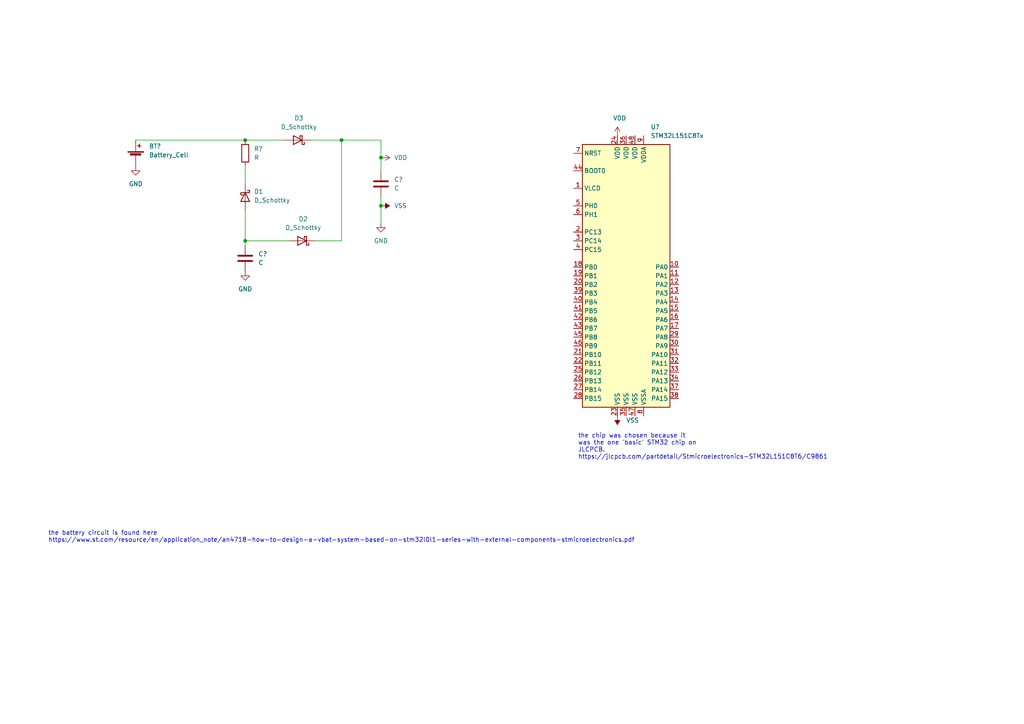
<source format=kicad_sch>
(kicad_sch (version 20211123) (generator eeschema)
  (paper "A4")
  (lib_symbols
    (symbol "Device:Battery_Cell" (pin_numbers hide) (pin_names (offset 0) hide)
      (property "Reference" "BT" (at 2.54 2.54 0))
      (property "Value" "Battery_Cell" (at 2.54 0 0))
      (symbol "Battery_Cell_0_1"
        (rectangle (start -2.286 1.778) (end 2.286 1.524) (fill (type outline)))
        (rectangle (start -1.5748 1.1938) (end 1.4732 0.6858) (fill (type outline)))
        (polyline (pts (xy 0 0.762) (xy 0 0)))
        (polyline (pts (xy 0 1.778) (xy 0 2.54)))
        (polyline (pts (xy 0.508 3.429) (xy 1.524 3.429)) (stroke (width 0.254)))
        (polyline (pts (xy 1.016 3.937) (xy 1.016 2.921)) (stroke (width 0.254)))
      )
      (symbol "Battery_Cell_1_1"
        (pin passive line (at 0 5.08 270) (length 2.54) (name "+") (number "1"))
        (pin passive line (at 0 -2.54 90) (length 2.54) (name "-") (number "2"))
      )
    )
    (symbol "Device:C" (pin_numbers hide) (pin_names (offset 0.254))
      (property "Reference" "C" (at 0.635 2.54 0))
      (property "Value" "C" (at 0.635 -2.54 0))
      (symbol "C_0_1"
        (polyline (pts (xy -2.032 -0.762) (xy 2.032 -0.762)) (stroke (width 0.508)))
        (polyline (pts (xy -2.032 0.762) (xy 2.032 0.762)) (stroke (width 0.508)))
      )
      (symbol "C_1_1"
        (pin passive line (at 0 3.81 270) (length 2.794) (name "~") (number "1"))
        (pin passive line (at 0 -3.81 90) (length 2.794) (name "~") (number "2"))
      )
    )
    (symbol "Device:D_Schottky" (pin_numbers hide) (pin_names (offset 1.016) hide)
      (property "Reference" "D" (at 0 2.54 0))
      (property "Value" "D_Schottky" (at 0 -2.54 0))
      (symbol "D_Schottky_0_1"
        (polyline (pts (xy 1.27 0) (xy -1.27 0)))
        (polyline (pts (xy 1.27 1.27) (xy 1.27 -1.27) (xy -1.27 0) (xy 1.27 1.27)) (stroke (width 0.254)))
        (polyline (pts (xy -1.905 0.635) (xy -1.905 1.27) (xy -1.27 1.27) (xy -1.27 -1.27) (xy -0.635 -1.27) (xy -0.635 -0.635)) (stroke (width 0.254)))
      )
      (symbol "D_Schottky_1_1"
        (pin passive line (at -3.81 0 0) (length 2.54) (name "K") (number "1"))
        (pin passive line (at 3.81 0 180) (length 2.54) (name "A") (number "2"))
      )
    )
    (symbol "Device:R" (pin_numbers hide) (pin_names (offset 0))
      (property "Reference" "R" (at 2.032 0 90))
      (property "Value" "R" (at 0 0 90))
      (symbol "R_0_1"
        (rectangle (start -1.016 -2.54) (end 1.016 2.54) (stroke (width 0.254)))
      )
      (symbol "R_1_1"
        (pin passive line (at 0 3.81 270) (length 1.27) (name "~") (number "1"))
        (pin passive line (at 0 -3.81 90) (length 1.27) (name "~") (number "2"))
      )
    )
    (symbol "MCU_ST_STM32L1:STM32L151C8Tx"
      (property "Reference" "U" (at -12.7 39.37 0))
      (property "Value" "STM32L151C8Tx" (at 7.62 39.37 0))
      (symbol "STM32L151C8Tx_0_1"
        (rectangle (start -12.7 -38.1) (end 12.7 38.1) (stroke (width 0.254)) (fill (type background)))
      )
      (symbol "STM32L151C8Tx_1_1"
        (pin power_in line (at -15.24 25.4 0) (length 2.54) (name "VLCD") (number "1"))
        (pin bidirectional line (at 15.24 2.54 180) (length 2.54) (name "PA0") (number "10"))
        (pin bidirectional line (at 15.24 0 180) (length 2.54) (name "PA1") (number "11"))
        (pin bidirectional line (at 15.24 -2.54 180) (length 2.54) (name "PA2") (number "12"))
        (pin bidirectional line (at 15.24 -5.08 180) (length 2.54) (name "PA3") (number "13"))
        (pin bidirectional line (at 15.24 -7.62 180) (length 2.54) (name "PA4") (number "14"))
        (pin bidirectional line (at 15.24 -10.16 180) (length 2.54) (name "PA5") (number "15"))
        (pin bidirectional line (at 15.24 -12.7 180) (length 2.54) (name "PA6") (number "16"))
        (pin bidirectional line (at 15.24 -15.24 180) (length 2.54) (name "PA7") (number "17"))
        (pin bidirectional line (at -15.24 2.54 0) (length 2.54) (name "PB0") (number "18"))
        (pin bidirectional line (at -15.24 0 0) (length 2.54) (name "PB1") (number "19"))
        (pin bidirectional line (at -15.24 12.7 0) (length 2.54) (name "PC13") (number "2"))
        (pin bidirectional line (at -15.24 -2.54 0) (length 2.54) (name "PB2") (number "20"))
        (pin bidirectional line (at -15.24 -22.86 0) (length 2.54) (name "PB10") (number "21"))
        (pin bidirectional line (at -15.24 -25.4 0) (length 2.54) (name "PB11") (number "22"))
        (pin power_in line (at -2.54 -40.64 90) (length 2.54) (name "VSS") (number "23"))
        (pin power_in line (at -2.54 40.64 270) (length 2.54) (name "VDD") (number "24"))
        (pin bidirectional line (at -15.24 -27.94 0) (length 2.54) (name "PB12") (number "25"))
        (pin bidirectional line (at -15.24 -30.48 0) (length 2.54) (name "PB13") (number "26"))
        (pin bidirectional line (at -15.24 -33.02 0) (length 2.54) (name "PB14") (number "27"))
        (pin bidirectional line (at -15.24 -35.56 0) (length 2.54) (name "PB15") (number "28"))
        (pin bidirectional line (at 15.24 -17.78 180) (length 2.54) (name "PA8") (number "29"))
        (pin bidirectional line (at -15.24 10.16 0) (length 2.54) (name "PC14") (number "3"))
        (pin bidirectional line (at 15.24 -20.32 180) (length 2.54) (name "PA9") (number "30"))
        (pin bidirectional line (at 15.24 -22.86 180) (length 2.54) (name "PA10") (number "31"))
        (pin bidirectional line (at 15.24 -25.4 180) (length 2.54) (name "PA11") (number "32"))
        (pin bidirectional line (at 15.24 -27.94 180) (length 2.54) (name "PA12") (number "33"))
        (pin bidirectional line (at 15.24 -30.48 180) (length 2.54) (name "PA13") (number "34"))
        (pin power_in line (at 0 -40.64 90) (length 2.54) (name "VSS") (number "35"))
        (pin power_in line (at 0 40.64 270) (length 2.54) (name "VDD") (number "36"))
        (pin bidirectional line (at 15.24 -33.02 180) (length 2.54) (name "PA14") (number "37"))
        (pin bidirectional line (at 15.24 -35.56 180) (length 2.54) (name "PA15") (number "38"))
        (pin bidirectional line (at -15.24 -5.08 0) (length 2.54) (name "PB3") (number "39"))
        (pin bidirectional line (at -15.24 7.62 0) (length 2.54) (name "PC15") (number "4"))
        (pin bidirectional line (at -15.24 -7.62 0) (length 2.54) (name "PB4") (number "40"))
        (pin bidirectional line (at -15.24 -10.16 0) (length 2.54) (name "PB5") (number "41"))
        (pin bidirectional line (at -15.24 -12.7 0) (length 2.54) (name "PB6") (number "42"))
        (pin bidirectional line (at -15.24 -15.24 0) (length 2.54) (name "PB7") (number "43"))
        (pin input line (at -15.24 30.48 0) (length 2.54) (name "BOOT0") (number "44"))
        (pin bidirectional line (at -15.24 -17.78 0) (length 2.54) (name "PB8") (number "45"))
        (pin bidirectional line (at -15.24 -20.32 0) (length 2.54) (name "PB9") (number "46"))
        (pin power_in line (at 2.54 -40.64 90) (length 2.54) (name "VSS") (number "47"))
        (pin power_in line (at 2.54 40.64 270) (length 2.54) (name "VDD") (number "48"))
        (pin input line (at -15.24 20.32 0) (length 2.54) (name "PH0") (number "5"))
        (pin input line (at -15.24 17.78 0) (length 2.54) (name "PH1") (number "6"))
        (pin input line (at -15.24 35.56 0) (length 2.54) (name "NRST") (number "7"))
        (pin power_in line (at 5.08 -40.64 90) (length 2.54) (name "VSSA") (number "8"))
        (pin power_in line (at 5.08 40.64 270) (length 2.54) (name "VDDA") (number "9"))
      )
    )
    (symbol "power:GND" (power) (pin_names (offset 0))
      (property "Value" "GND" (at 0 -3.81 0))
      (symbol "GND_0_1"
        (polyline (pts (xy 0 0) (xy 0 -1.27) (xy 1.27 -1.27) (xy 0 -2.54) (xy -1.27 -1.27) (xy 0 -1.27)))
      )
      (symbol "GND_1_1"
        (pin power_in line (at 0 0 270) (length 0) hide (name "GND") (number "1"))
      )
    )
    (symbol "power:VDD" (power) (pin_names (offset 0))
      (property "Value" "VDD" (at 0 3.81 0))
      (symbol "VDD_0_1"
        (polyline (pts (xy -0.762 1.27) (xy 0 2.54)))
        (polyline (pts (xy 0 0) (xy 0 2.54)))
        (polyline (pts (xy 0 2.54) (xy 0.762 1.27)))
      )
      (symbol "VDD_1_1"
        (pin power_in line (at 0 0 90) (length 0) hide (name "VDD") (number "1"))
      )
    )
    (symbol "power:VSS" (power) (pin_names (offset 0))
      (property "Value" "VSS" (at 0 3.81 0))
      (symbol "VSS_0_1"
        (polyline (pts (xy 0 0) (xy 0 2.54)))
        (polyline (pts (xy 0.762 1.27) (xy -0.762 1.27) (xy 0 2.54) (xy 0.762 1.27)) (fill (type outline)))
      )
      (symbol "VSS_1_1"
        (pin power_in line (at 0 0 90) (length 0) hide (name "VSS") (number "1"))
      )
    )
  )
  (junction (at 71.12 40.64))
  (junction (at 110.49 59.69))
  (junction (at 99.06 40.64))
  (junction (at 71.12 69.85))
  (junction (at 110.49 45.72))
  (wire (pts (xy 91.44 69.85) (xy 99.06 69.85)))
  (wire (pts (xy 99.06 40.64) (xy 110.49 40.64)))
  (wire (pts (xy 71.12 69.85) (xy 71.12 71.12)))
  (wire (pts (xy 110.49 59.69) (xy 110.49 64.77)))
  (wire (pts (xy 110.49 40.64) (xy 110.49 45.72)))
  (wire (pts (xy 71.12 69.85) (xy 83.82 69.85)))
  (wire (pts (xy 110.49 45.72) (xy 110.49 49.53)))
  (wire (pts (xy 99.06 69.85) (xy 99.06 40.64)))
  (wire (pts (xy 90.17 40.64) (xy 99.06 40.64)))
  (wire (pts (xy 110.49 57.15) (xy 110.49 59.69)))
  (wire (pts (xy 71.12 60.96) (xy 71.12 69.85)))
  (wire (pts (xy 71.12 48.26) (xy 71.12 53.34)))
  (wire (pts (xy 71.12 40.64) (xy 82.55 40.64)))
  (wire (pts (xy 39.37 40.64) (xy 71.12 40.64)))
  (text "the battery circuit is found here\nhttps://www.st.com/resource/en/application_note/an4718-how-to-design-a-vbat-system-based-on-stm32l0l1-series-with-external-components-stmicroelectronics.pdf" (at 13.97 157.48 0) (effects (font (size 1.27 1.27)) (justify left bottom)))
  (text "the chip was chosen because it\nwas the one 'basic' STM32 chip on\nJLCPCB. \nhttps://jlcpcb.com/partdetail/Stmicroelectronics-STM32L151C8T6/C9861" (at 167.64 133.35 0) (effects (font (size 1.27 1.27)) (justify left bottom)))
  (symbol (lib_id "power:GND") (at 39.37 48.26 0) (unit 1)
    (property "Reference" "#PWR?" (effects hide))
    (property "Value" "GND" (at 39.37 53.34 0))
  )
  (symbol (lib_id "power:GND") (at 110.49 64.77 0) (unit 1)
    (property "Reference" "#PWR?" (effects hide))
    (property "Value" "GND" (at 110.49 69.85 0))
  )
  (symbol (lib_id "Device:Battery_Cell") (at 39.37 45.72 0) (unit 1)
    (property "Reference" "BT?" (at 43.18 42.4179 0) (effects (justify left)))
    (property "Value" "Battery_Cell" (at 43.18 44.9579 0) (effects (justify left)))
  )
  (symbol (lib_id "Device:D_Schottky") (at 87.63 69.85 180) (unit 1)
    (property "Reference" "D2" (at 87.9475 63.5 0))
    (property "Value" "D_Schottky" (at 87.9475 66.04 0))
  )
  (symbol (lib_id "power:VDD") (at 179.07 39.37 0) (unit 1)
    (property "Reference" "#PWR?" (effects hide))
    (property "Value" "VDD" (at 177.8 34.29 0) (effects (justify left)))
  )
  (symbol (lib_id "power:VSS") (at 179.07 120.65 180) (unit 1)
    (property "Reference" "#PWR?" (effects hide))
    (property "Value" "VSS" (at 181.61 121.9199 0) (effects (justify right)))
  )
  (symbol (lib_id "Device:D_Schottky") (at 71.12 57.15 270) (unit 1)
    (property "Reference" "D1" (at 73.66 55.5624 90) (effects (justify left)))
    (property "Value" "D_Schottky" (at 73.66 58.1024 90) (effects (justify left)))
  )
  (symbol (lib_id "power:VSS") (at 110.49 59.69 270) (unit 1)
    (property "Reference" "#PWR?" (effects hide))
    (property "Value" "VSS" (at 114.3 59.6899 90) (effects (justify left)))
  )
  (symbol (lib_id "Device:D_Schottky") (at 86.36 40.64 180) (unit 1)
    (property "Reference" "D3" (at 86.6775 34.29 0))
    (property "Value" "D_Schottky" (at 86.6775 36.83 0))
  )
  (symbol (lib_id "power:VDD") (at 110.49 45.72 270) (unit 1)
    (property "Reference" "#PWR?" (effects hide))
    (property "Value" "VDD" (at 114.3 45.7199 90) (effects (justify left)))
  )
  (symbol (lib_id "Device:C") (at 110.49 53.34 0) (unit 1)
    (property "Reference" "C?" (at 114.3 52.0699 0) (effects (justify left)))
    (property "Value" "C" (at 114.3 54.6099 0) (effects (justify left)))
  )
  (symbol (lib_id "MCU_ST_STM32L1:STM32L151C8Tx") (at 181.61 80.01 0) (unit 1)
    (property "Reference" "U?" (at 188.7094 36.83 0) (effects (justify left)))
    (property "Value" "STM32L151C8Tx" (at 188.7094 39.37 0) (effects (justify left)))
    (property "Footprint" "Package_QFP:LQFP-48_7x7mm_P0.5mm" (effects hide))
    (property "Datasheet" "http://www.st.com/st-web-ui/static/active/en/resource/technical/document/datasheet/CD00277537.pdf" (effects hide))
  )
  (symbol (lib_id "power:GND") (at 71.12 78.74 0) (unit 1)
    (property "Reference" "#PWR?" (effects hide))
    (property "Value" "GND" (at 71.12 83.82 0))
  )
  (symbol (lib_id "Device:R") (at 71.12 44.45 0) (unit 1)
    (property "Reference" "R?" (at 73.66 43.1799 0) (effects (justify left)))
    (property "Value" "R" (at 73.66 45.7199 0) (effects (justify left)))
  )
  (symbol (lib_id "Device:C") (at 71.12 74.93 0) (unit 1)
    (property "Reference" "C?" (at 74.93 73.6599 0) (effects (justify left)))
    (property "Value" "C" (at 74.93 76.1999 0) (effects (justify left)))
  )
)
</source>
